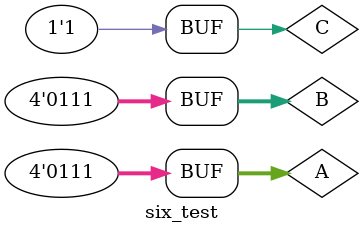
<source format=v>
`timescale 1ns / 1ps


module six_test;

	// Inputs
	reg [3:0] A;
	reg [3:0] B;
	reg C;

	// Outputs
	wire [3:0] F;
	wire COUT;

	// Instantiate the Unit Under Test (UUT)
	six uut (
		.A(A), 
		.B(B), 
		.C(C), 
		.F(F), 
		.COUT(COUT)
	);

	initial begin
		// Initialize Inputs
		A = 0;
		B = 0;
		C = 0;

		// Wait 100 ns for global reset to finish
		#100;
		A=0000; B=0000; C=0;
		
		#100;
		A=0011; B=0110; C=0;
		
		#100;
		A=1100; B=0110; C=0;
		
		#100;
		A=1000; B=0111; C=0;
		
		#100;
		A=1111; B=1111; C=0;
		
		#100;
		A=0000; B=0000; C=1;		
		
		#100;
		A=0011; B=0110; C=1;
				
		#100;
		A=1000; B=0111; C=1;
		
		#100;
		A=1111; B=1111; C=1;		
		// Add stimulus here

	end
      
endmodule


</source>
